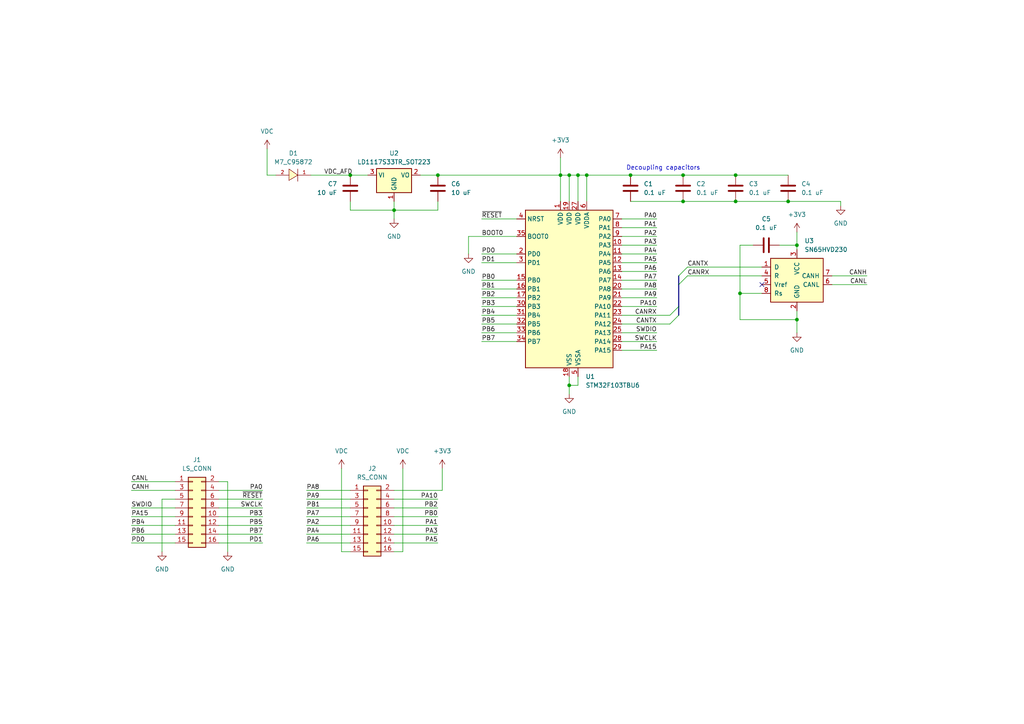
<source format=kicad_sch>
(kicad_sch (version 20230121) (generator eeschema)
  (paper "A4")
  (title_block (title "TinySPARROW CAN MCU core board") (company "@enp6s0"))
  (lib_symbols
    (symbol "Connector_Generic:Conn_02x08_Odd_Even" (pin_names (offset 1.016) hide)
      (property "Reference" "J" (at 1.27 10.16 0))
      (property "Value" "Conn_02x08_Odd_Even" (at 1.27 -12.7 0))
      (symbol "Conn_02x08_Odd_Even_1_1"
        (rectangle (start -1.27 -10.033) (end 0 -10.287) (stroke (width 0.1524)))
        (rectangle (start -1.27 -7.493) (end 0 -7.747) (stroke (width 0.1524)))
        (rectangle (start -1.27 -4.953) (end 0 -5.207) (stroke (width 0.1524)))
        (rectangle (start -1.27 -2.413) (end 0 -2.667) (stroke (width 0.1524)))
        (rectangle (start -1.27 0.127) (end 0 -0.127) (stroke (width 0.1524)))
        (rectangle (start -1.27 2.667) (end 0 2.413) (stroke (width 0.1524)))
        (rectangle (start -1.27 5.207) (end 0 4.953) (stroke (width 0.1524)))
        (rectangle (start -1.27 7.747) (end 0 7.493) (stroke (width 0.1524)))
        (rectangle (start -1.27 8.89) (end 3.81 -11.43) (stroke (width 0.254)) (fill (type background)))
        (rectangle (start 3.81 -10.033) (end 2.54 -10.287) (stroke (width 0.1524)))
        (rectangle (start 3.81 -7.493) (end 2.54 -7.747) (stroke (width 0.1524)))
        (rectangle (start 3.81 -4.953) (end 2.54 -5.207) (stroke (width 0.1524)))
        (rectangle (start 3.81 -2.413) (end 2.54 -2.667) (stroke (width 0.1524)))
        (rectangle (start 3.81 0.127) (end 2.54 -0.127) (stroke (width 0.1524)))
        (rectangle (start 3.81 2.667) (end 2.54 2.413) (stroke (width 0.1524)))
        (rectangle (start 3.81 5.207) (end 2.54 4.953) (stroke (width 0.1524)))
        (rectangle (start 3.81 7.747) (end 2.54 7.493) (stroke (width 0.1524)))
        (pin passive line (at -5.08 7.62 0) (length 3.81) (name "Pin_1") (number "1"))
        (pin passive line (at 7.62 -2.54 180) (length 3.81) (name "Pin_10") (number "10"))
        (pin passive line (at -5.08 -5.08 0) (length 3.81) (name "Pin_11") (number "11"))
        (pin passive line (at 7.62 -5.08 180) (length 3.81) (name "Pin_12") (number "12"))
        (pin passive line (at -5.08 -7.62 0) (length 3.81) (name "Pin_13") (number "13"))
        (pin passive line (at 7.62 -7.62 180) (length 3.81) (name "Pin_14") (number "14"))
        (pin passive line (at -5.08 -10.16 0) (length 3.81) (name "Pin_15") (number "15"))
        (pin passive line (at 7.62 -10.16 180) (length 3.81) (name "Pin_16") (number "16"))
        (pin passive line (at 7.62 7.62 180) (length 3.81) (name "Pin_2") (number "2"))
        (pin passive line (at -5.08 5.08 0) (length 3.81) (name "Pin_3") (number "3"))
        (pin passive line (at 7.62 5.08 180) (length 3.81) (name "Pin_4") (number "4"))
        (pin passive line (at -5.08 2.54 0) (length 3.81) (name "Pin_5") (number "5"))
        (pin passive line (at 7.62 2.54 180) (length 3.81) (name "Pin_6") (number "6"))
        (pin passive line (at -5.08 0 0) (length 3.81) (name "Pin_7") (number "7"))
        (pin passive line (at 7.62 0 180) (length 3.81) (name "Pin_8") (number "8"))
        (pin passive line (at -5.08 -2.54 0) (length 3.81) (name "Pin_9") (number "9"))
      )
    )
    (symbol "Device:C" (pin_numbers hide) (pin_names (offset 0.254))
      (property "Reference" "C" (at 0.635 2.54 0))
      (property "Value" "C" (at 0.635 -2.54 0))
      (symbol "C_0_1"
        (polyline (pts (xy -2.032 -0.762) (xy 2.032 -0.762)) (stroke (width 0.508)))
        (polyline (pts (xy -2.032 0.762) (xy 2.032 0.762)) (stroke (width 0.508)))
      )
      (symbol "C_1_1"
        (pin passive line (at 0 3.81 270) (length 2.794) (name "~") (number "1"))
        (pin passive line (at 0 -3.81 90) (length 2.794) (name "~") (number "2"))
      )
    )
    (symbol "Interface_CAN_LIN:SN65HVD230" (pin_names (offset 1.016))
      (property "Reference" "U" (at -2.54 10.16 0))
      (property "Value" "SN65HVD230" (at -2.54 7.62 0))
      (symbol "SN65HVD230_0_1"
        (rectangle (start -7.62 5.08) (end 7.62 -7.62) (stroke (width 0.254)) (fill (type background)))
      )
      (symbol "SN65HVD230_1_1"
        (pin input line (at -10.16 2.54 0) (length 2.54) (name "D") (number "1"))
        (pin power_in line (at 0 -10.16 90) (length 2.54) (name "GND") (number "2"))
        (pin power_in line (at 0 7.62 270) (length 2.54) (name "VCC") (number "3"))
        (pin output line (at -10.16 0 0) (length 2.54) (name "R") (number "4"))
        (pin output line (at -10.16 -2.54 0) (length 2.54) (name "Vref") (number "5"))
        (pin bidirectional line (at 10.16 -2.54 180) (length 2.54) (name "CANL") (number "6"))
        (pin bidirectional line (at 10.16 0 180) (length 2.54) (name "CANH") (number "7"))
        (pin input line (at -10.16 -5.08 0) (length 2.54) (name "Rs") (number "8"))
      )
    )
    (symbol "M7_C95872:M7_C95872" (pin_names hide)
      (property "Reference" "D" (at 0 1.27 0))
      (property "Value" "M7_C95872" (at 0 -2.54 0))
      (symbol "M7_C95872_0_1"
        (polyline (pts (xy -1.27 1.778) (xy -1.27 -1.778)))
        (polyline (pts (xy 1.27 1.524) (xy -1.27 0) (xy 1.27 -1.778) (xy 1.27 1.524)) (fill (type background)))
        (pin unspecified line (at -5.08 0 0) (length 3.81) (name "K") (number "1"))
        (pin unspecified line (at 5.08 0 180) (length 3.81) (name "A") (number "2"))
      )
    )
    (symbol "MCU_ST_STM32F1:STM32F103TBUx"
      (property "Reference" "U" (at -12.7 24.13 0))
      (property "Value" "STM32F103TBUx" (at 7.62 24.13 0))
      (symbol "STM32F103TBUx_0_1"
        (rectangle (start -12.7 -22.86) (end 12.7 22.86) (stroke (width 0.254)) (fill (type background)))
      )
      (symbol "STM32F103TBUx_1_1"
        (pin power_in line (at -2.54 25.4 270) (length 2.54) (name "VDD") (number "1"))
        (pin bidirectional line (at 15.24 12.7 180) (length 2.54) (name "PA3") (number "10"))
        (pin bidirectional line (at 15.24 10.16 180) (length 2.54) (name "PA4") (number "11"))
        (pin bidirectional line (at 15.24 7.62 180) (length 2.54) (name "PA5") (number "12"))
        (pin bidirectional line (at 15.24 5.08 180) (length 2.54) (name "PA6") (number "13"))
        (pin bidirectional line (at 15.24 2.54 180) (length 2.54) (name "PA7") (number "14"))
        (pin bidirectional line (at -15.24 2.54 0) (length 2.54) (name "PB0") (number "15"))
        (pin bidirectional line (at -15.24 0 0) (length 2.54) (name "PB1") (number "16"))
        (pin bidirectional line (at -15.24 -2.54 0) (length 2.54) (name "PB2") (number "17"))
        (pin power_in line (at 0 -25.4 90) (length 2.54) (name "VSS") (number "18"))
        (pin power_in line (at 0 25.4 270) (length 2.54) (name "VDD") (number "19"))
        (pin bidirectional line (at -15.24 10.16 0) (length 2.54) (name "PD0") (number "2"))
        (pin bidirectional line (at 15.24 0 180) (length 2.54) (name "PA8") (number "20"))
        (pin bidirectional line (at 15.24 -2.54 180) (length 2.54) (name "PA9") (number "21"))
        (pin bidirectional line (at 15.24 -5.08 180) (length 2.54) (name "PA10") (number "22"))
        (pin bidirectional line (at 15.24 -7.62 180) (length 2.54) (name "PA11") (number "23"))
        (pin bidirectional line (at 15.24 -10.16 180) (length 2.54) (name "PA12") (number "24"))
        (pin bidirectional line (at 15.24 -12.7 180) (length 2.54) (name "PA13") (number "25"))
        (pin passive line (at 0 -25.4 90) (length 2.54) hide (name "VSS") (number "26"))
        (pin power_in line (at 2.54 25.4 270) (length 2.54) (name "VDD") (number "27"))
        (pin bidirectional line (at 15.24 -15.24 180) (length 2.54) (name "PA14") (number "28"))
        (pin bidirectional line (at 15.24 -17.78 180) (length 2.54) (name "PA15") (number "29"))
        (pin bidirectional line (at -15.24 7.62 0) (length 2.54) (name "PD1") (number "3"))
        (pin bidirectional line (at -15.24 -5.08 0) (length 2.54) (name "PB3") (number "30"))
        (pin bidirectional line (at -15.24 -7.62 0) (length 2.54) (name "PB4") (number "31"))
        (pin bidirectional line (at -15.24 -10.16 0) (length 2.54) (name "PB5") (number "32"))
        (pin bidirectional line (at -15.24 -12.7 0) (length 2.54) (name "PB6") (number "33"))
        (pin bidirectional line (at -15.24 -15.24 0) (length 2.54) (name "PB7") (number "34"))
        (pin input line (at -15.24 15.24 0) (length 2.54) (name "BOOT0") (number "35"))
        (pin passive line (at 0 -25.4 90) (length 2.54) hide (name "VSS") (number "36"))
        (pin passive line (at 0 -25.4 90) (length 2.54) hide (name "VSS") (number "37"))
        (pin input line (at -15.24 20.32 0) (length 2.54) (name "NRST") (number "4"))
        (pin power_in line (at 2.54 -25.4 90) (length 2.54) (name "VSSA") (number "5"))
        (pin power_in line (at 5.08 25.4 270) (length 2.54) (name "VDDA") (number "6"))
        (pin bidirectional line (at 15.24 20.32 180) (length 2.54) (name "PA0") (number "7"))
        (pin bidirectional line (at 15.24 17.78 180) (length 2.54) (name "PA1") (number "8"))
        (pin bidirectional line (at 15.24 15.24 180) (length 2.54) (name "PA2") (number "9"))
      )
    )
    (symbol "Regulator_Linear:LD1117S33TR_SOT223"
      (property "Reference" "U" (at -3.81 3.175 0))
      (property "Value" "LD1117S33TR_SOT223" (at 0 3.175 0))
      (symbol "LD1117S33TR_SOT223_0_1"
        (rectangle (start -5.08 -5.08) (end 5.08 1.905) (stroke (width 0.254)) (fill (type background)))
      )
      (symbol "LD1117S33TR_SOT223_1_1"
        (pin power_in line (at 0 -7.62 90) (length 2.54) (name "GND") (number "1"))
        (pin power_out line (at 7.62 0 180) (length 2.54) (name "VO") (number "2"))
        (pin power_in line (at -7.62 0 0) (length 2.54) (name "VI") (number "3"))
      )
    )
    (symbol "power:+3V3" (power) (pin_names (offset 0))
      (property "Value" "+3V3" (at 0 3.556 0))
      (symbol "+3V3_0_1"
        (polyline (pts (xy -0.762 1.27) (xy 0 2.54)))
        (polyline (pts (xy 0 0) (xy 0 2.54)))
        (polyline (pts (xy 0 2.54) (xy 0.762 1.27)))
      )
      (symbol "+3V3_1_1"
        (pin power_in line (at 0 0 90) (length 0) hide (name "+3V3") (number "1"))
      )
    )
    (symbol "power:GND" (power) (pin_names (offset 0))
      (property "Value" "GND" (at 0 -3.81 0))
      (symbol "GND_0_1"
        (polyline (pts (xy 0 0) (xy 0 -1.27) (xy 1.27 -1.27) (xy 0 -2.54) (xy -1.27 -1.27) (xy 0 -1.27)))
      )
      (symbol "GND_1_1"
        (pin power_in line (at 0 0 270) (length 0) hide (name "GND") (number "1"))
      )
    )
    (symbol "power:VDC" (power) (pin_names (offset 0))
      (property "Value" "VDC" (at 0 6.35 0))
      (symbol "VDC_0_1"
        (polyline (pts (xy -0.762 1.27) (xy 0 2.54)))
        (polyline (pts (xy 0 0) (xy 0 2.54)))
        (polyline (pts (xy 0 2.54) (xy 0.762 1.27)))
      )
      (symbol "VDC_1_1"
        (pin power_in line (at 0 0 90) (length 0) hide (name "VDC") (number "1"))
      )
    )
  )
  (junction (at 228.6 58.42))
  (junction (at 213.36 50.8))
  (junction (at 214.63 85.09))
  (junction (at 213.36 58.42))
  (junction (at 101.6 50.8))
  (junction (at 162.56 50.8))
  (junction (at 198.12 50.8))
  (junction (at 167.64 50.8))
  (junction (at 127 50.8))
  (junction (at 165.1 50.8))
  (junction (at 170.18 50.8))
  (junction (at 182.88 50.8))
  (junction (at 231.14 92.71))
  (junction (at 114.3 60.96))
  (junction (at 165.1 111.76))
  (junction (at 231.14 71.12))
  (junction (at 198.12 58.42))
  (no_connect (at 220.98 82.55))
  (bus_entry (at 196.85 82.55) (size 2.54 -2.54))
  (bus_entry (at 196.85 80.01) (size 2.54 -2.54))
  (bus_entry (at 194.31 91.44) (size 2.54 -2.54))
  (bus_entry (at 194.31 93.98) (size 2.54 -2.54))
  (wire (pts (xy 199.39 77.47) (xy 220.98 77.47)))
  (wire (pts (xy 135.89 73.66) (xy 135.89 68.58)))
  (wire (pts (xy 190.5 78.74) (xy 180.34 78.74)))
  (wire (pts (xy 165.1 58.42) (xy 165.1 50.8)))
  (wire (pts (xy 88.9 152.4) (xy 101.6 152.4)))
  (wire (pts (xy 99.06 160.02) (xy 101.6 160.02)))
  (wire (pts (xy 38.1 142.24) (xy 50.8 142.24)))
  (wire (pts (xy 165.1 50.8) (xy 162.56 50.8)))
  (wire (pts (xy 63.5 142.24) (xy 76.2 142.24)))
  (wire (pts (xy 80.01 50.8) (xy 77.47 50.8)))
  (wire (pts (xy 88.9 147.32) (xy 101.6 147.32)))
  (wire (pts (xy 127 157.48) (xy 114.3 157.48)))
  (wire (pts (xy 251.46 80.01) (xy 241.3 80.01)))
  (wire (pts (xy 190.5 86.36) (xy 180.34 86.36)))
  (wire (pts (xy 190.5 99.06) (xy 180.34 99.06)))
  (wire (pts (xy 38.1 152.4) (xy 50.8 152.4)))
  (wire (pts (xy 101.6 50.8) (xy 90.17 50.8)))
  (wire (pts (xy 77.47 43.18) (xy 77.47 50.8)))
  (wire (pts (xy 213.36 50.8) (xy 228.6 50.8)))
  (wire (pts (xy 190.5 71.12) (xy 180.34 71.12)))
  (wire (pts (xy 165.1 50.8) (xy 167.64 50.8)))
  (wire (pts (xy 99.06 135.89) (xy 99.06 160.02)))
  (wire (pts (xy 190.5 76.2) (xy 180.34 76.2)))
  (wire (pts (xy 114.3 152.4) (xy 127 152.4)))
  (wire (pts (xy 139.7 88.9) (xy 149.86 88.9)))
  (wire (pts (xy 162.56 45.72) (xy 162.56 50.8)))
  (wire (pts (xy 114.3 160.02) (xy 116.84 160.02)))
  (wire (pts (xy 190.5 96.52) (xy 180.34 96.52)))
  (wire (pts (xy 214.63 92.71) (xy 231.14 92.71)))
  (wire (pts (xy 121.92 50.8) (xy 127 50.8)))
  (wire (pts (xy 167.64 109.22) (xy 167.64 111.76)))
  (wire (pts (xy 139.7 96.52) (xy 149.86 96.52)))
  (wire (pts (xy 165.1 111.76) (xy 165.1 114.3)))
  (wire (pts (xy 231.14 92.71) (xy 231.14 96.52)))
  (wire (pts (xy 88.9 157.48) (xy 101.6 157.48)))
  (wire (pts (xy 63.5 149.86) (xy 76.2 149.86)))
  (wire (pts (xy 226.06 71.12) (xy 231.14 71.12)))
  (wire (pts (xy 63.5 154.94) (xy 76.2 154.94)))
  (wire (pts (xy 199.39 80.01) (xy 220.98 80.01)))
  (wire (pts (xy 218.44 71.12) (xy 214.63 71.12)))
  (wire (pts (xy 63.5 139.7) (xy 66.04 139.7)))
  (wire (pts (xy 190.5 88.9) (xy 180.34 88.9)))
  (wire (pts (xy 190.5 63.5) (xy 180.34 63.5)))
  (wire (pts (xy 114.3 58.42) (xy 114.3 60.96)))
  (wire (pts (xy 139.7 91.44) (xy 149.86 91.44)))
  (wire (pts (xy 167.64 50.8) (xy 167.64 58.42)))
  (wire (pts (xy 127 50.8) (xy 162.56 50.8)))
  (wire (pts (xy 231.14 92.71) (xy 231.14 90.17)))
  (wire (pts (xy 190.5 68.58) (xy 180.34 68.58)))
  (wire (pts (xy 170.18 50.8) (xy 170.18 58.42)))
  (wire (pts (xy 38.1 149.86) (xy 50.8 149.86)))
  (wire (pts (xy 214.63 85.09) (xy 214.63 92.71)))
  (wire (pts (xy 101.6 142.24) (xy 88.9 142.24)))
  (wire (pts (xy 114.3 60.96) (xy 114.3 63.5)))
  (wire (pts (xy 190.5 81.28) (xy 180.34 81.28)))
  (wire (pts (xy 101.6 60.96) (xy 114.3 60.96)))
  (wire (pts (xy 170.18 50.8) (xy 182.88 50.8)))
  (wire (pts (xy 214.63 71.12) (xy 214.63 85.09)))
  (wire (pts (xy 38.1 147.32) (xy 50.8 147.32)))
  (wire (pts (xy 165.1 109.22) (xy 165.1 111.76)))
  (wire (pts (xy 231.14 71.12) (xy 231.14 72.39)))
  (wire (pts (xy 127 147.32) (xy 114.3 147.32)))
  (wire (pts (xy 101.6 58.42) (xy 101.6 60.96)))
  (wire (pts (xy 127 154.94) (xy 114.3 154.94)))
  (wire (pts (xy 231.14 67.31) (xy 231.14 71.12)))
  (wire (pts (xy 228.6 58.42) (xy 243.84 58.42)))
  (wire (pts (xy 46.99 144.78) (xy 46.99 160.02)))
  (wire (pts (xy 135.89 68.58) (xy 149.86 68.58)))
  (bus (pts (xy 196.85 82.55) (xy 196.85 88.9)))
  (wire (pts (xy 128.27 135.89) (xy 128.27 142.24)))
  (wire (pts (xy 50.8 144.78) (xy 46.99 144.78)))
  (wire (pts (xy 116.84 135.89) (xy 116.84 160.02)))
  (bus (pts (xy 196.85 80.01) (xy 196.85 82.55)))
  (wire (pts (xy 190.5 66.04) (xy 180.34 66.04)))
  (wire (pts (xy 180.34 93.98) (xy 194.31 93.98)))
  (wire (pts (xy 213.36 58.42) (xy 228.6 58.42)))
  (wire (pts (xy 180.34 91.44) (xy 194.31 91.44)))
  (wire (pts (xy 114.3 142.24) (xy 128.27 142.24)))
  (wire (pts (xy 63.5 144.78) (xy 76.2 144.78)))
  (wire (pts (xy 139.7 81.28) (xy 149.86 81.28)))
  (wire (pts (xy 182.88 50.8) (xy 198.12 50.8)))
  (wire (pts (xy 88.9 144.78) (xy 101.6 144.78)))
  (wire (pts (xy 198.12 58.42) (xy 213.36 58.42)))
  (wire (pts (xy 88.9 154.94) (xy 101.6 154.94)))
  (wire (pts (xy 139.7 83.82) (xy 149.86 83.82)))
  (wire (pts (xy 198.12 50.8) (xy 213.36 50.8)))
  (wire (pts (xy 127 149.86) (xy 114.3 149.86)))
  (wire (pts (xy 114.3 60.96) (xy 127 60.96)))
  (wire (pts (xy 251.46 82.55) (xy 241.3 82.55)))
  (wire (pts (xy 63.5 152.4) (xy 76.2 152.4)))
  (wire (pts (xy 139.7 99.06) (xy 149.86 99.06)))
  (wire (pts (xy 139.7 93.98) (xy 149.86 93.98)))
  (wire (pts (xy 190.5 83.82) (xy 180.34 83.82)))
  (wire (pts (xy 190.5 101.6) (xy 180.34 101.6)))
  (wire (pts (xy 190.5 73.66) (xy 180.34 73.66)))
  (wire (pts (xy 243.84 58.42) (xy 243.84 59.69)))
  (wire (pts (xy 139.7 76.2) (xy 149.86 76.2)))
  (wire (pts (xy 139.7 73.66) (xy 149.86 73.66)))
  (wire (pts (xy 38.1 139.7) (xy 50.8 139.7)))
  (wire (pts (xy 88.9 149.86) (xy 101.6 149.86)))
  (wire (pts (xy 167.64 111.76) (xy 165.1 111.76)))
  (wire (pts (xy 63.5 157.48) (xy 76.2 157.48)))
  (wire (pts (xy 38.1 157.48) (xy 50.8 157.48)))
  (wire (pts (xy 167.64 50.8) (xy 170.18 50.8)))
  (wire (pts (xy 38.1 154.94) (xy 50.8 154.94)))
  (wire (pts (xy 139.7 86.36) (xy 149.86 86.36)))
  (wire (pts (xy 66.04 139.7) (xy 66.04 160.02)))
  (wire (pts (xy 127 144.78) (xy 114.3 144.78)))
  (wire (pts (xy 76.2 147.32) (xy 63.5 147.32)))
  (wire (pts (xy 101.6 50.8) (xy 106.68 50.8)))
  (wire (pts (xy 139.7 63.5) (xy 149.86 63.5)))
  (wire (pts (xy 182.88 58.42) (xy 198.12 58.42)))
  (wire (pts (xy 162.56 50.8) (xy 162.56 58.42)))
  (wire (pts (xy 214.63 85.09) (xy 220.98 85.09)))
  (wire (pts (xy 127 60.96) (xy 127 58.42)))
  (bus (pts (xy 196.85 88.9) (xy 196.85 91.44)))
  (text "Decoupling capacitors" (at 181.61 49.53 0) (effects (font (size 1.27 1.27)) (justify left bottom)))
  (label "PB4" (at 38.1 152.4 0))
  (label "PB5" (at 76.2 152.4 180))
  (label "PA6" (at 190.5 78.74 180))
  (label "PD1" (at 139.7 76.2 0))
  (label "CANRX" (at 199.39 80.01 0))
  (label "~{RESET}" (at 76.2 144.78 180))
  (label "PA3" (at 127 154.94 180))
  (label "PA15" (at 38.1 149.86 0))
  (label "SWCLK" (at 190.5 99.06 180))
  (label "VDC_AFD" (at 93.98 50.8 0))
  (label "PD0" (at 38.1 157.48 0))
  (label "PB0" (at 127 149.86 180))
  (label "PA4" (at 190.5 73.66 180))
  (label "CANRX" (at 190.5 91.44 180))
  (label "PA0" (at 190.5 63.5 180))
  (label "PA5" (at 190.5 76.2 180))
  (label "PA8" (at 88.9 142.24 0))
  (label "PA7" (at 190.5 81.28 180))
  (label "PB6" (at 38.1 154.94 0))
  (label "PA6" (at 88.9 157.48 0))
  (label "PB0" (at 139.7 81.28 0))
  (label "PB2" (at 139.7 86.36 0))
  (label "PB3" (at 139.7 88.9 0))
  (label "SWCLK" (at 76.2 147.32 180))
  (label "PB3" (at 76.2 149.86 180))
  (label "PA4" (at 88.9 154.94 0))
  (label "CANH" (at 251.46 80.01 180))
  (label "CANL" (at 251.46 82.55 180))
  (label "CANTX" (at 190.5 93.98 180))
  (label "PA8" (at 190.5 83.82 180))
  (label "PA1" (at 190.5 66.04 180))
  (label "~{RESET}" (at 139.7 63.5 0))
  (label "CANL" (at 38.1 139.7 0))
  (label "PD1" (at 76.2 157.48 180))
  (label "PA2" (at 190.5 68.58 180))
  (label "PA5" (at 127 157.48 180))
  (label "PB6" (at 139.7 96.52 0))
  (label "SWDIO" (at 190.5 96.52 180))
  (label "PA3" (at 190.5 71.12 180))
  (label "PB5" (at 139.7 93.98 0))
  (label "PA9" (at 88.9 144.78 0))
  (label "PB1" (at 88.9 147.32 0))
  (label "SWDIO" (at 38.1 147.32 0))
  (label "CANTX" (at 199.39 77.47 0))
  (label "PA7" (at 88.9 149.86 0))
  (label "PA9" (at 190.5 86.36 180))
  (label "PB7" (at 139.7 99.06 0))
  (label "PB7" (at 76.2 154.94 180))
  (label "PA15" (at 190.5 101.6 180))
  (label "PB4" (at 139.7 91.44 0))
  (label "BOOT0" (at 139.7 68.58 0))
  (label "PD0" (at 139.7 73.66 0))
  (label "PA1" (at 127 152.4 180))
  (label "PB2" (at 127 147.32 180))
  (label "CANH" (at 38.1 142.24 0))
  (label "PA0" (at 76.2 142.24 180))
  (label "PA10" (at 190.5 88.9 180))
  (label "PB1" (at 139.7 83.82 0))
  (label "PA10" (at 127 144.78 180))
  (label "PA2" (at 88.9 152.4 0))
  (symbol (lib_id "Device:C") (at 182.88 54.61 180) (unit 1)
    (property "Reference" "C1" (at 186.69 53.34 0) (effects (justify right)))
    (property "Value" "0.1 uF" (at 186.69 55.88 0) (effects (justify right)))
    (property "Footprint" "Capacitor_SMD:C_0603_1608Metric" (effects hide))
  )
  (symbol (lib_id "power:GND") (at 66.04 160.02 0) (unit 1)
    (property "Reference" "#PWR014" (effects hide))
    (property "Value" "GND" (at 66.04 165.1 0))
  )
  (symbol (lib_id "Device:C") (at 228.6 54.61 180) (unit 1)
    (property "Reference" "C4" (at 232.41 53.34 0) (effects (justify right)))
    (property "Value" "0.1 uF" (at 232.41 55.88 0) (effects (justify right)))
    (property "Footprint" "Capacitor_SMD:C_0603_1608Metric" (effects hide))
  )
  (symbol (lib_id "power:+3V3") (at 128.27 135.89 0) (unit 1)
    (property "Reference" "#PWR015" (effects hide))
    (property "Value" "+3V3" (at 128.27 130.81 0))
  )
  (symbol (lib_id "Device:C") (at 127 54.61 0) (unit 1)
    (property "Reference" "C6" (at 130.81 53.34 0) (effects (justify left)))
    (property "Value" "10 uF" (at 130.81 55.88 0) (effects (justify left)))
    (property "Footprint" "Capacitor_SMD:C_0805_2012Metric" (effects hide))
    (property "LCSC" "C377773" (effects hide))
  )
  (symbol (lib_id "power:+3V3") (at 162.56 45.72 0) (unit 1)
    (property "Reference" "#PWR02" (effects hide))
    (property "Value" "+3V3" (at 162.56 40.64 0))
  )
  (symbol (lib_id "Regulator_Linear:LD1117S33TR_SOT223") (at 114.3 50.8 0) (unit 1)
    (property "Reference" "U2" (at 114.3 44.45 0))
    (property "Value" "LD1117S33TR_SOT223" (at 114.3 46.99 0))
    (property "Footprint" "Package_TO_SOT_SMD:SOT-223-3_TabPin2" (effects hide))
    (property "Datasheet" "http://www.st.com/st-web-ui/static/active/en/resource/technical/document/datasheet/CD00000544.pdf" (effects hide))
    (property "LCSC" "C71121" (effects hide))
  )
  (symbol (lib_id "Connector_Generic:Conn_02x08_Odd_Even") (at 55.88 147.32 0) (unit 1)
    (property "Reference" "J1" (at 57.15 133.35 0))
    (property "Value" "LS_CONN" (at 57.15 135.89 0))
    (property "Footprint" "Connector_PinSocket_2.54mm:PinSocket_2x08_P2.54mm_Vertical" (effects hide))
  )
  (symbol (lib_id "power:VDC") (at 116.84 135.89 0) (unit 1)
    (property "Reference" "#PWR012" (effects hide))
    (property "Value" "VDC" (at 116.84 130.81 0))
  )
  (symbol (lib_id "power:VDC") (at 77.47 43.18 0) (unit 1)
    (property "Reference" "#PWR011" (effects hide))
    (property "Value" "VDC" (at 77.47 38.1 0))
  )
  (symbol (lib_id "power:GND") (at 231.14 96.52 0) (unit 1)
    (property "Reference" "#PWR04" (effects hide))
    (property "Value" "GND" (at 231.14 101.6 0))
  )
  (symbol (lib_id "Device:C") (at 222.25 71.12 270) (unit 1)
    (property "Reference" "C5" (at 222.25 63.5 90))
    (property "Value" "0.1 uF" (at 222.25 66.04 90))
    (property "Footprint" "Capacitor_SMD:C_0603_1608Metric" (effects hide))
  )
  (symbol (lib_id "MCU_ST_STM32F1:STM32F103TBUx") (at 165.1 83.82 0) (unit 1)
    (property "Reference" "U1" (at 169.8341 109.22 0) (effects (justify left)))
    (property "Value" "STM32F103TBU6" (at 169.8341 111.76 0) (effects (justify left)))
    (property "Footprint" "Package_DFN_QFN:QFN-36-1EP_6x6mm_P0.5mm_EP4.1x4.1mm" (effects hide))
    (property "Datasheet" "https://www.st.com/resource/en/datasheet/stm32f103tb.pdf" (effects hide))
  )
  (symbol (lib_id "power:GND") (at 243.84 59.69 0) (unit 1)
    (property "Reference" "#PWR07" (effects hide))
    (property "Value" "GND" (at 243.84 64.77 0))
  )
  (symbol (lib_id "Device:C") (at 198.12 54.61 180) (unit 1)
    (property "Reference" "C2" (at 201.93 53.34 0) (effects (justify right)))
    (property "Value" "0.1 uF" (at 201.93 55.88 0) (effects (justify right)))
    (property "Footprint" "Capacitor_SMD:C_0603_1608Metric" (effects hide))
  )
  (symbol (lib_id "power:GND") (at 165.1 114.3 0) (unit 1)
    (property "Reference" "#PWR05" (effects hide))
    (property "Value" "GND" (at 165.1 119.38 0))
  )
  (symbol (lib_id "power:+3V3") (at 231.14 67.31 0) (unit 1)
    (property "Reference" "#PWR03" (effects hide))
    (property "Value" "+3V3" (at 231.14 62.23 0))
  )
  (symbol (lib_id "power:GND") (at 46.99 160.02 0) (unit 1)
    (property "Reference" "#PWR06" (effects hide))
    (property "Value" "GND" (at 46.99 165.1 0))
  )
  (symbol (lib_id "power:GND") (at 135.89 73.66 0) (unit 1)
    (property "Reference" "#PWR01" (effects hide))
    (property "Value" "GND" (at 135.89 78.74 0))
  )
  (symbol (lib_id "Connector_Generic:Conn_02x08_Odd_Even") (at 106.68 149.86 0) (unit 1)
    (property "Reference" "J2" (at 107.95 135.89 0))
    (property "Value" "RS_CONN" (at 107.95 138.43 0))
    (property "Footprint" "Connector_PinSocket_2.54mm:PinSocket_2x08_P2.54mm_Vertical" (effects hide))
  )
  (symbol (lib_id "M7_C95872:M7_C95872") (at 85.09 50.8 180) (unit 1)
    (property "Reference" "D1" (at 85.09 44.45 0))
    (property "Value" "M7_C95872" (at 85.09 46.99 0))
    (property "Footprint" "footprint:SMA_L4.3-W2.6-LS5.2-RD" (effects hide))
    (property "Datasheet" "https://item.szlcsc.com/34721.html" (effects hide))
    (property "LCSC" "C95872" (effects hide))
  )
  (symbol (lib_id "Device:C") (at 213.36 54.61 180) (unit 1)
    (property "Reference" "C3" (at 217.17 53.34 0) (effects (justify right)))
    (property "Value" "0.1 uF" (at 217.17 55.88 0) (effects (justify right)))
    (property "Footprint" "Capacitor_SMD:C_0603_1608Metric" (effects hide))
  )
  (symbol (lib_id "power:GND") (at 114.3 63.5 0) (unit 1)
    (property "Reference" "#PWR010" (effects hide))
    (property "Value" "GND" (at 114.3 68.58 0))
  )
  (symbol (lib_id "Interface_CAN_LIN:SN65HVD230") (at 231.14 80.01 0) (unit 1)
    (property "Reference" "U3" (at 233.3341 69.85 0) (effects (justify left)))
    (property "Value" "SN65HVD230" (at 233.3341 72.39 0) (effects (justify left)))
    (property "Footprint" "Package_SO:SOIC-8_3.9x4.9mm_P1.27mm" (effects hide))
    (property "Datasheet" "http://www.ti.com/lit/ds/symlink/sn65hvd230.pdf" (effects hide))
  )
  (symbol (lib_id "power:VDC") (at 99.06 135.89 0) (unit 1)
    (property "Reference" "#PWR013" (effects hide))
    (property "Value" "VDC" (at 99.06 130.81 0))
  )
  (symbol (lib_id "Device:C") (at 101.6 54.61 180) (unit 1)
    (property "Reference" "C7" (at 97.79 53.34 0) (effects (justify left)))
    (property "Value" "10 uF" (at 97.79 55.88 0) (effects (justify left)))
    (property "Footprint" "Capacitor_SMD:C_0805_2012Metric" (effects hide))
  )
)
</source>
